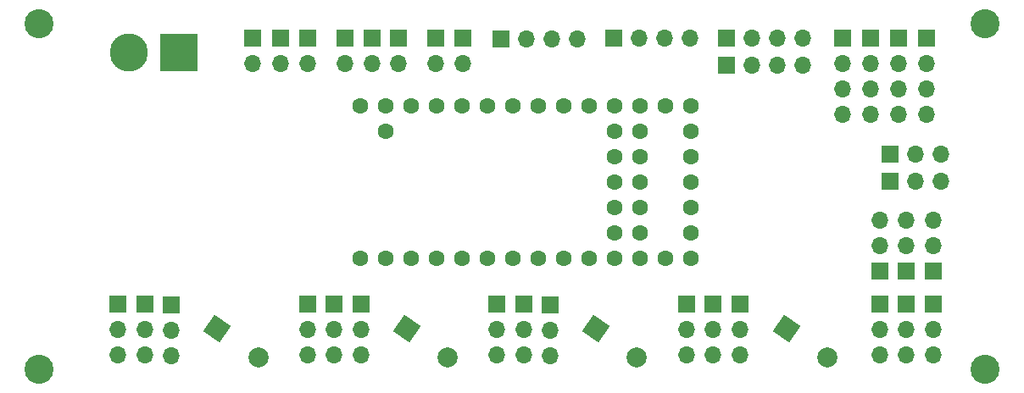
<source format=gbr>
%TF.GenerationSoftware,KiCad,Pcbnew,(6.0.1)*%
%TF.CreationDate,2022-02-05T20:40:31-05:00*%
%TF.ProjectId,motor-controller,6d6f746f-722d-4636-9f6e-74726f6c6c65,rev?*%
%TF.SameCoordinates,Original*%
%TF.FileFunction,Soldermask,Bot*%
%TF.FilePolarity,Negative*%
%FSLAX46Y46*%
G04 Gerber Fmt 4.6, Leading zero omitted, Abs format (unit mm)*
G04 Created by KiCad (PCBNEW (6.0.1)) date 2022-02-05 20:40:31*
%MOMM*%
%LPD*%
G01*
G04 APERTURE LIST*
G04 Aperture macros list*
%AMRotRect*
0 Rectangle, with rotation*
0 The origin of the aperture is its center*
0 $1 length*
0 $2 width*
0 $3 Rotation angle, in degrees counterclockwise*
0 Add horizontal line*
21,1,$1,$2,0,0,$3*%
G04 Aperture macros list end*
%ADD10R,1.700000X1.700000*%
%ADD11O,1.700000X1.700000*%
%ADD12C,3.800000*%
%ADD13R,3.800000X3.800000*%
%ADD14C,2.900000*%
%ADD15RotRect,2.000000X2.000000X325.000000*%
%ADD16C,2.000000*%
%ADD17C,1.600000*%
G04 APERTURE END LIST*
D10*
%TO.C,JP1*%
X151530000Y-68075000D03*
D11*
X151530000Y-65535000D03*
X151530000Y-62995000D03*
%TD*%
D10*
%TO.C,J29*%
X147932000Y-44800000D03*
D11*
X147932000Y-47340000D03*
X147932000Y-49880000D03*
X147932000Y-52420000D03*
%TD*%
D12*
%TO.C,J4*%
X73900000Y-46200000D03*
D13*
X78900000Y-46200000D03*
%TD*%
D14*
%TO.C,REF\u002A\u002A*%
X159397200Y-43351000D03*
%TD*%
D10*
%TO.C,J9*%
X113299929Y-71375000D03*
D11*
X113299929Y-73915000D03*
X113299929Y-76455000D03*
%TD*%
D10*
%TO.C,J33*%
X111018400Y-44813600D03*
D11*
X113558400Y-44813600D03*
X116098400Y-44813600D03*
X118638400Y-44813600D03*
%TD*%
D10*
%TO.C,J22*%
X154200000Y-71375000D03*
D11*
X154200000Y-73915000D03*
X154200000Y-76455000D03*
%TD*%
D10*
%TO.C,J7*%
X97043929Y-71375000D03*
D11*
X97043929Y-73915000D03*
X97043929Y-76455000D03*
%TD*%
D15*
%TO.C,C2*%
X82698998Y-73779830D03*
D16*
X86794758Y-76647712D03*
%TD*%
D10*
%TO.C,J15*%
X86256800Y-44780000D03*
D11*
X86256800Y-47320000D03*
%TD*%
D10*
%TO.C,J16*%
X100843000Y-44780000D03*
D11*
X100843000Y-47320000D03*
%TD*%
D10*
%TO.C,J30*%
X133600000Y-44800000D03*
D11*
X136140000Y-44800000D03*
X138680000Y-44800000D03*
X141220000Y-44800000D03*
%TD*%
D17*
%TO.C,U2*%
X96954602Y-66799400D03*
X99494602Y-66799400D03*
X102034602Y-66799400D03*
X104574602Y-66799400D03*
X107114602Y-66799400D03*
X109654602Y-66799400D03*
X112194602Y-66799400D03*
X114734602Y-66799400D03*
X117274602Y-66799400D03*
X119814602Y-66799400D03*
X122354602Y-66799400D03*
X124894602Y-66799400D03*
X127434602Y-66799400D03*
X129974602Y-66799400D03*
X129974602Y-64259400D03*
X129974602Y-61719400D03*
X129974602Y-59179400D03*
X129974602Y-56639400D03*
X129974602Y-54099400D03*
X129974602Y-51559400D03*
X127434602Y-51559400D03*
X124894602Y-51559400D03*
X122354602Y-51559400D03*
X119814602Y-51559400D03*
X117274602Y-51559400D03*
X114734602Y-51559400D03*
X112194602Y-51559400D03*
X109654602Y-51559400D03*
X107114602Y-51559400D03*
X104574602Y-51559400D03*
X102034602Y-51559400D03*
X99494602Y-51559400D03*
X96954602Y-51559400D03*
X99494602Y-54099400D03*
X124894602Y-54099400D03*
X122354602Y-54099400D03*
X124894602Y-56639400D03*
X122354602Y-56639400D03*
X124894602Y-59179400D03*
X122354602Y-59179400D03*
X124894602Y-61719400D03*
X122354602Y-61719400D03*
X124894602Y-64259400D03*
X122354602Y-64259400D03*
%TD*%
D10*
%TO.C,J31*%
X150726000Y-44800000D03*
D11*
X150726000Y-47340000D03*
X150726000Y-49880000D03*
X150726000Y-52420000D03*
%TD*%
D10*
%TO.C,J6*%
X94376929Y-71375000D03*
D11*
X94376929Y-73915000D03*
X94376929Y-76455000D03*
%TD*%
D10*
%TO.C,J21*%
X89000000Y-44780000D03*
D11*
X89000000Y-47320000D03*
%TD*%
D10*
%TO.C,J18*%
X151533000Y-71375000D03*
D11*
X151533000Y-73915000D03*
X151533000Y-76455000D03*
%TD*%
D10*
%TO.C,J19*%
X98143000Y-44780000D03*
D11*
X98143000Y-47320000D03*
%TD*%
D10*
%TO.C,J26*%
X149935000Y-56340000D03*
D11*
X152475000Y-56340000D03*
X155015000Y-56340000D03*
%TD*%
D15*
%TO.C,C1*%
X139588934Y-73779830D03*
D16*
X143684694Y-76647712D03*
%TD*%
D10*
%TO.C,J2*%
X75453929Y-71375000D03*
D11*
X75453929Y-73915000D03*
X75453929Y-76455000D03*
%TD*%
D10*
%TO.C,J12*%
X132222929Y-71375000D03*
D11*
X132222929Y-73915000D03*
X132222929Y-76455000D03*
%TD*%
D10*
%TO.C,J14*%
X95443000Y-44780000D03*
D11*
X95443000Y-47320000D03*
%TD*%
D10*
%TO.C,JP2*%
X148860000Y-68085000D03*
D11*
X148860000Y-65545000D03*
X148860000Y-63005000D03*
%TD*%
D10*
%TO.C,J23*%
X91743200Y-44780000D03*
D11*
X91743200Y-47320000D03*
%TD*%
D10*
%TO.C,JP3*%
X154200000Y-68085000D03*
D11*
X154200000Y-65545000D03*
X154200000Y-63005000D03*
%TD*%
D10*
%TO.C,J5*%
X91709929Y-71375000D03*
D11*
X91709929Y-73915000D03*
X91709929Y-76455000D03*
%TD*%
D10*
%TO.C,J25*%
X149940000Y-59070000D03*
D11*
X152480000Y-59070000D03*
X155020000Y-59070000D03*
%TD*%
D10*
%TO.C,J10*%
X115966929Y-71390011D03*
D11*
X115966929Y-73930011D03*
X115966929Y-76470011D03*
%TD*%
D14*
%TO.C,REF\u002A\u002A*%
X159397200Y-77851000D03*
%TD*%
D10*
%TO.C,J27*%
X145138000Y-44800000D03*
D11*
X145138000Y-47340000D03*
X145138000Y-49880000D03*
X145138000Y-52420000D03*
%TD*%
D10*
%TO.C,J24*%
X122300000Y-44800000D03*
D11*
X124840000Y-44800000D03*
X127380000Y-44800000D03*
X129920000Y-44800000D03*
%TD*%
D10*
%TO.C,J32*%
X153520000Y-44800000D03*
D11*
X153520000Y-47340000D03*
X153520000Y-49880000D03*
X153520000Y-52420000D03*
%TD*%
D10*
%TO.C,J8*%
X110632929Y-71359989D03*
D11*
X110632929Y-73899989D03*
X110632929Y-76439989D03*
%TD*%
D10*
%TO.C,J28*%
X133600000Y-47490000D03*
D11*
X136140000Y-47490000D03*
X138680000Y-47490000D03*
X141220000Y-47490000D03*
%TD*%
D10*
%TO.C,J1*%
X72786929Y-71375000D03*
D11*
X72786929Y-73915000D03*
X72786929Y-76455000D03*
%TD*%
D10*
%TO.C,J34*%
X107243000Y-44800000D03*
D11*
X107243000Y-47340000D03*
%TD*%
D10*
%TO.C,J17*%
X148866000Y-71375000D03*
D11*
X148866000Y-73915000D03*
X148866000Y-76455000D03*
%TD*%
D15*
%TO.C,C4*%
X101621998Y-73788000D03*
D16*
X105717758Y-76655882D03*
%TD*%
D15*
%TO.C,C3*%
X120538934Y-73779830D03*
D16*
X124634694Y-76647712D03*
%TD*%
D14*
%TO.C,REF\u002A\u002A*%
X64897200Y-77851000D03*
%TD*%
D10*
%TO.C,J20*%
X104543000Y-44775000D03*
D11*
X104543000Y-47315000D03*
%TD*%
D10*
%TO.C,J3*%
X78120929Y-71390011D03*
D11*
X78120929Y-73930011D03*
X78120929Y-76470011D03*
%TD*%
D14*
%TO.C,REF\u002A\u002A*%
X64897200Y-43351000D03*
%TD*%
D10*
%TO.C,J11*%
X129555929Y-71375000D03*
D11*
X129555929Y-73915000D03*
X129555929Y-76455000D03*
%TD*%
D10*
%TO.C,J13*%
X134889929Y-71375000D03*
D11*
X134889929Y-73915000D03*
X134889929Y-76455000D03*
%TD*%
M02*

</source>
